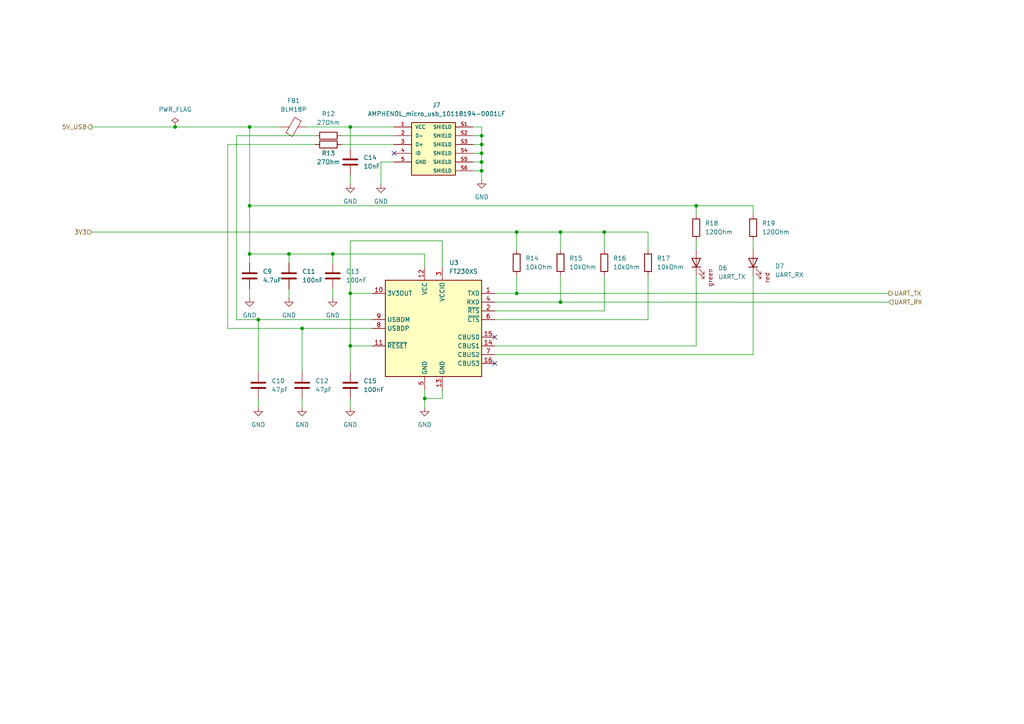
<source format=kicad_sch>
(kicad_sch (version 20230121) (generator eeschema)
  (paper "A4")
  (lib_symbols
    (symbol "benediktibk:AMPHENOL_micro_usb_10118194-0001LF" (pin_names (offset 1.016))
      (property "Reference" "J" (at -5.08 10.668 0))
      (property "Value" "AMPHENOL_micro_usb_10118194-0001LF" (at -6.35 -8.89 0))
      (symbol "AMPHENOL_micro_usb_10118194-0001LF_0_0"
        (rectangle (start -6.35 10.16) (end 6.35 -5.08) (stroke (width 0.254)) (fill (type background)))
        (pin passive line (at -11.43 8.89 0) (length 5.08) (name "VCC") (number "1"))
        (pin passive line (at -11.43 6.35 0) (length 5.08) (name "D-") (number "2"))
        (pin passive line (at -11.43 3.81 0) (length 5.08) (name "D+") (number "3"))
        (pin passive line (at -11.43 1.27 0) (length 5.08) (name "ID") (number "4"))
        (pin passive line (at -11.43 -1.27 0) (length 5.08) (name "GND") (number "5"))
        (pin passive line (at 11.43 8.89 180) (length 5.08) (name "SHIELD") (number "S1"))
        (pin passive line (at 11.43 6.35 180) (length 5.08) (name "SHIELD") (number "S2"))
        (pin passive line (at 11.43 3.81 180) (length 5.08) (name "SHIELD") (number "S3"))
        (pin passive line (at 11.43 1.27 180) (length 5.08) (name "SHIELD") (number "S4"))
        (pin passive line (at 11.43 -1.27 180) (length 5.08) (name "SHIELD") (number "S5"))
        (pin passive line (at 11.43 -3.81 180) (length 5.08) (name "SHIELD") (number "S6"))
      )
    )
    (symbol "benediktibk:BLM18P" (pin_numbers hide) (pin_names (offset 0))
      (property "Reference" "FB" (at -3.81 0.635 90))
      (property "Value" "BLM18P" (at 3.81 0 90))
      (symbol "BLM18P_0_1"
        (polyline (pts (xy 0 -1.27) (xy 0 -1.2192)))
        (polyline (pts (xy 0 1.27) (xy 0 1.2954)))
        (polyline (pts (xy -2.7686 0.4064) (xy -1.7018 2.2606) (xy 2.7686 -0.3048) (xy 1.6764 -2.159) (xy -2.7686 0.4064)))
      )
      (symbol "BLM18P_1_1"
        (pin passive line (at 0 3.81 270) (length 2.54) (name "~") (number "1"))
        (pin passive line (at 0 -3.81 90) (length 2.54) (name "~") (number "2"))
      )
    )
    (symbol "benediktibk:C_100nF_SMD_0603_50V" (pin_numbers hide) (pin_names (offset 0.254))
      (property "Reference" "C" (at 0.635 2.54 0))
      (property "Value" "C_100nF_SMD_0603_50V" (at 0.635 -2.54 0))
      (symbol "C_100nF_SMD_0603_50V_0_1"
        (polyline (pts (xy -2.032 -0.762) (xy 2.032 -0.762)) (stroke (width 0.508)))
        (polyline (pts (xy -2.032 0.762) (xy 2.032 0.762)) (stroke (width 0.508)))
      )
      (symbol "C_100nF_SMD_0603_50V_1_1"
        (pin passive line (at 0 3.81 270) (length 2.794) (name "~") (number "1"))
        (pin passive line (at 0 -3.81 90) (length 2.794) (name "~") (number "2"))
      )
    )
    (symbol "benediktibk:C_10nF_SMD_0603_50V_20%" (pin_numbers hide) (pin_names (offset 0.254))
      (property "Reference" "C" (at 0.635 2.54 0))
      (property "Value" "C_10nF_SMD_0603_50V_20%" (at 0.635 -2.54 0))
      (symbol "C_10nF_SMD_0603_50V_20%_0_1"
        (polyline (pts (xy -2.032 -0.762) (xy 2.032 -0.762)) (stroke (width 0.508)))
        (polyline (pts (xy -2.032 0.762) (xy 2.032 0.762)) (stroke (width 0.508)))
      )
      (symbol "C_10nF_SMD_0603_50V_20%_1_1"
        (pin passive line (at 0 3.81 270) (length 2.794) (name "~") (number "1"))
        (pin passive line (at 0 -3.81 90) (length 2.794) (name "~") (number "2"))
      )
    )
    (symbol "benediktibk:C_47pF_SMD_0603_100V_5%" (pin_numbers hide) (pin_names (offset 0.254))
      (property "Reference" "C" (at 0.635 2.54 0))
      (property "Value" "C_47pF_SMD_0603_100V_5%" (at 0.635 -2.54 0))
      (symbol "C_47pF_SMD_0603_100V_5%_0_1"
        (polyline (pts (xy -2.032 -0.762) (xy 2.032 -0.762)) (stroke (width 0.508)))
        (polyline (pts (xy -2.032 0.762) (xy 2.032 0.762)) (stroke (width 0.508)))
      )
      (symbol "C_47pF_SMD_0603_100V_5%_1_1"
        (pin passive line (at 0 3.81 270) (length 2.794) (name "~") (number "1"))
        (pin passive line (at 0 -3.81 90) (length 2.794) (name "~") (number "2"))
      )
    )
    (symbol "benediktibk:C_4_7uF_SMD_0805_50V_10%" (pin_numbers hide) (pin_names (offset 0.254))
      (property "Reference" "C" (at 0.635 2.54 0))
      (property "Value" "C_4_7uF_SMD_0805_50V_10%" (at 0.635 -2.54 0))
      (symbol "C_4_7uF_SMD_0805_50V_10%_0_1"
        (polyline (pts (xy -2.032 -0.762) (xy 2.032 -0.762)) (stroke (width 0.508)))
        (polyline (pts (xy -2.032 0.762) (xy 2.032 0.762)) (stroke (width 0.508)))
      )
      (symbol "C_4_7uF_SMD_0805_50V_10%_1_1"
        (pin passive line (at 0 3.81 270) (length 2.794) (name "~") (number "1"))
        (pin passive line (at 0 -3.81 90) (length 2.794) (name "~") (number "2"))
      )
    )
    (symbol "benediktibk:FT230XS"
      (property "Reference" "U" (at -13.97 15.24 0))
      (property "Value" "FT230XS" (at 7.62 15.24 0))
      (symbol "FT230XS_0_1"
        (rectangle (start -13.97 13.97) (end 13.97 -13.97) (stroke (width 0.254)) (fill (type background)))
      )
      (symbol "FT230XS_1_1"
        (pin output line (at 17.78 10.16 180) (length 3.81) (name "TXD") (number "1"))
        (pin power_out line (at -17.78 10.16 0) (length 3.81) (name "3V3OUT") (number "10"))
        (pin input line (at -17.78 -5.08 0) (length 3.81) (name "~{RESET}") (number "11"))
        (pin power_in line (at -2.54 17.78 270) (length 3.81) (name "VCC") (number "12"))
        (pin power_in line (at 2.54 -17.78 90) (length 3.81) (name "GND") (number "13"))
        (pin bidirectional line (at 17.78 -5.08 180) (length 3.81) (name "CBUS1") (number "14"))
        (pin bidirectional line (at 17.78 -2.54 180) (length 3.81) (name "CBUS0") (number "15"))
        (pin bidirectional line (at 17.78 -10.16 180) (length 3.81) (name "CBUS3") (number "16"))
        (pin output line (at 17.78 5.08 180) (length 3.81) (name "~{RTS}") (number "2"))
        (pin power_in line (at 2.54 17.78 270) (length 3.81) (name "VCCIO") (number "3"))
        (pin input line (at 17.78 7.62 180) (length 3.81) (name "RXD") (number "4"))
        (pin power_in line (at -2.54 -17.78 90) (length 3.81) (name "GND") (number "5"))
        (pin input line (at 17.78 2.54 180) (length 3.81) (name "~{CTS}") (number "6"))
        (pin bidirectional line (at 17.78 -7.62 180) (length 3.81) (name "CBUS2") (number "7"))
        (pin bidirectional line (at -17.78 0 0) (length 3.81) (name "USBDP") (number "8"))
        (pin bidirectional line (at -17.78 2.54 0) (length 3.81) (name "USBDM") (number "9"))
      )
    )
    (symbol "benediktibk:LED_green_0603" (pin_numbers hide) (pin_names (offset 1.016) hide)
      (property "Reference" "D" (at 0 2.54 0))
      (property "Value" "LED_green_0603" (at 0 -2.54 0))
      (symbol "LED_green_0603_0_0"
        (text "green" (at -4.318 -4.064 0) (effects (font (size 1.27 1.27))))
      )
      (symbol "LED_green_0603_0_1"
        (polyline (pts (xy -1.27 -1.27) (xy -1.27 1.27)) (stroke (width 0.254)))
        (polyline (pts (xy -1.27 0) (xy 1.27 0)))
        (polyline (pts (xy 1.27 -1.27) (xy 1.27 1.27) (xy -1.27 0) (xy 1.27 -1.27)) (stroke (width 0.254)))
        (polyline (pts (xy -3.048 -0.762) (xy -4.572 -2.286) (xy -3.81 -2.286) (xy -4.572 -2.286) (xy -4.572 -1.524)))
        (polyline (pts (xy -1.778 -0.762) (xy -3.302 -2.286) (xy -2.54 -2.286) (xy -3.302 -2.286) (xy -3.302 -1.524)))
      )
      (symbol "LED_green_0603_1_1"
        (pin passive line (at -3.81 0 0) (length 2.54) (name "K") (number "1"))
        (pin passive line (at 3.81 0 180) (length 2.54) (name "A") (number "2"))
      )
    )
    (symbol "benediktibk:LED_red_0603" (pin_numbers hide) (pin_names (offset 1.016) hide)
      (property "Reference" "D" (at 0 2.54 0))
      (property "Value" "LED_red_0603" (at 0 -2.54 0))
      (symbol "LED_red_0603_0_0"
        (text "red" (at -4.318 -4.064 0) (effects (font (size 1.27 1.27))))
      )
      (symbol "LED_red_0603_0_1"
        (polyline (pts (xy -1.27 -1.27) (xy -1.27 1.27)) (stroke (width 0.254)))
        (polyline (pts (xy -1.27 0) (xy 1.27 0)))
        (polyline (pts (xy 1.27 -1.27) (xy 1.27 1.27) (xy -1.27 0) (xy 1.27 -1.27)) (stroke (width 0.254)))
        (polyline (pts (xy -3.048 -0.762) (xy -4.572 -2.286) (xy -3.81 -2.286) (xy -4.572 -2.286) (xy -4.572 -1.524)))
        (polyline (pts (xy -1.778 -0.762) (xy -3.302 -2.286) (xy -2.54 -2.286) (xy -3.302 -2.286) (xy -3.302 -1.524)))
      )
      (symbol "LED_red_0603_1_1"
        (pin passive line (at -3.81 0 0) (length 2.54) (name "K") (number "1"))
        (pin passive line (at 3.81 0 180) (length 2.54) (name "A") (number "2"))
      )
    )
    (symbol "benediktibk:R_10kOhm_SMD_0603_100mW_1%" (pin_numbers hide) (pin_names (offset 0))
      (property "Reference" "R" (at 2.032 0 90))
      (property "Value" "R_10kOhm_SMD_0603_100mW_1%" (at -5.588 -1.016 90))
      (symbol "R_10kOhm_SMD_0603_100mW_1%_0_1"
        (rectangle (start -1.016 -2.54) (end 1.016 2.54) (stroke (width 0.254)))
      )
      (symbol "R_10kOhm_SMD_0603_100mW_1%_1_1"
        (pin passive line (at 0 3.81 270) (length 1.27) (name "~") (number "1"))
        (pin passive line (at 0 -3.81 90) (length 1.27) (name "~") (number "2"))
      )
    )
    (symbol "benediktibk:R_120Ohm_SMD_0603_100mW_1%" (pin_numbers hide) (pin_names (offset 0))
      (property "Reference" "R" (at 2.032 0 90))
      (property "Value" "R_120Ohm_SMD_0603_100mW_1%" (at -5.588 -1.016 90))
      (symbol "R_120Ohm_SMD_0603_100mW_1%_0_1"
        (rectangle (start -1.016 -2.54) (end 1.016 2.54) (stroke (width 0.254)))
      )
      (symbol "R_120Ohm_SMD_0603_100mW_1%_1_1"
        (pin passive line (at 0 3.81 270) (length 1.27) (name "~") (number "1"))
        (pin passive line (at 0 -3.81 90) (length 1.27) (name "~") (number "2"))
      )
    )
    (symbol "benediktibk:R_27Ohm_SMD_0603_100mW_1%" (pin_numbers hide) (pin_names (offset 0))
      (property "Reference" "R" (at 2.032 0 90))
      (property "Value" "R_27Ohm_SMD_0603_100mW_1%" (at -5.588 -1.016 90))
      (symbol "R_27Ohm_SMD_0603_100mW_1%_0_1"
        (rectangle (start -1.016 -2.54) (end 1.016 2.54) (stroke (width 0.254)))
      )
      (symbol "R_27Ohm_SMD_0603_100mW_1%_1_1"
        (pin passive line (at 0 3.81 270) (length 1.27) (name "~") (number "1"))
        (pin passive line (at 0 -3.81 90) (length 1.27) (name "~") (number "2"))
      )
    )
    (symbol "power:GND" (power) (pin_names (offset 0))
      (property "Value" "GND" (at 0 -3.81 0))
      (symbol "GND_0_1"
        (polyline (pts (xy 0 0) (xy 0 -1.27) (xy 1.27 -1.27) (xy 0 -2.54) (xy -1.27 -1.27) (xy 0 -1.27)))
      )
      (symbol "GND_1_1"
        (pin power_in line (at 0 0 270) (length 0) hide (name "GND") (number "1"))
      )
    )
    (symbol "power:PWR_FLAG" (power) (pin_numbers hide) (pin_names (offset 0) hide)
      (property "Value" "PWR_FLAG" (at 0 3.81 0))
      (symbol "PWR_FLAG_0_0"
        (pin power_out line (at 0 0 90) (length 0) (name "pwr") (number "1"))
      )
      (symbol "PWR_FLAG_0_1"
        (polyline (pts (xy 0 0) (xy 0 1.27) (xy -1.016 1.905) (xy 0 2.54) (xy 1.016 1.905) (xy 0 1.27)))
      )
    )
  )
  (junction (at 162.56 67.31))
  (junction (at 139.7 46.99))
  (junction (at 101.6 85.09))
  (junction (at 139.7 44.45))
  (junction (at 87.63 95.25))
  (junction (at 50.8 36.83))
  (junction (at 101.6 36.83))
  (junction (at 175.26 67.31))
  (junction (at 101.6 100.33))
  (junction (at 139.7 39.37))
  (junction (at 72.39 73.66))
  (junction (at 83.82 73.66))
  (junction (at 74.93 92.71))
  (junction (at 72.39 36.83))
  (junction (at 162.56 87.63))
  (junction (at 139.7 41.91))
  (junction (at 72.39 59.69))
  (junction (at 149.86 67.31))
  (junction (at 96.52 73.66))
  (junction (at 139.7 49.53))
  (junction (at 149.86 85.09))
  (junction (at 123.19 115.57))
  (junction (at 201.93 59.69))
  (no_connect (at 114.3 44.45))
  (no_connect (at 143.51 105.41))
  (no_connect (at 143.51 97.79))
  (wire (pts (xy 123.19 115.57) (xy 123.19 118.11)))
  (wire (pts (xy 101.6 85.09) (xy 107.95 85.09)))
  (wire (pts (xy 201.93 80.01) (xy 201.93 100.33)))
  (wire (pts (xy 139.7 52.07) (xy 139.7 49.53)))
  (wire (pts (xy 26.67 67.31) (xy 149.86 67.31)))
  (wire (pts (xy 87.63 95.25) (xy 107.95 95.25)))
  (wire (pts (xy 187.96 92.71) (xy 143.51 92.71)))
  (wire (pts (xy 96.52 73.66) (xy 123.19 73.66)))
  (wire (pts (xy 99.06 41.91) (xy 114.3 41.91)))
  (wire (pts (xy 175.26 90.17) (xy 143.51 90.17)))
  (wire (pts (xy 68.58 39.37) (xy 91.44 39.37)))
  (wire (pts (xy 139.7 41.91) (xy 139.7 39.37)))
  (wire (pts (xy 201.93 59.69) (xy 218.44 59.69)))
  (wire (pts (xy 72.39 59.69) (xy 72.39 73.66)))
  (wire (pts (xy 201.93 69.85) (xy 201.93 72.39)))
  (wire (pts (xy 101.6 69.85) (xy 101.6 85.09)))
  (wire (pts (xy 123.19 113.03) (xy 123.19 115.57)))
  (wire (pts (xy 66.04 41.91) (xy 66.04 95.25)))
  (wire (pts (xy 137.16 49.53) (xy 139.7 49.53)))
  (wire (pts (xy 123.19 115.57) (xy 128.27 115.57)))
  (wire (pts (xy 96.52 73.66) (xy 96.52 76.2)))
  (wire (pts (xy 137.16 41.91) (xy 139.7 41.91)))
  (wire (pts (xy 187.96 67.31) (xy 175.26 67.31)))
  (wire (pts (xy 50.8 36.83) (xy 72.39 36.83)))
  (wire (pts (xy 128.27 69.85) (xy 101.6 69.85)))
  (wire (pts (xy 91.44 41.91) (xy 66.04 41.91)))
  (wire (pts (xy 74.93 92.71) (xy 74.93 107.95)))
  (wire (pts (xy 72.39 73.66) (xy 72.39 76.2)))
  (wire (pts (xy 149.86 85.09) (xy 257.81 85.09)))
  (wire (pts (xy 149.86 80.01) (xy 149.86 85.09)))
  (wire (pts (xy 101.6 100.33) (xy 107.95 100.33)))
  (wire (pts (xy 96.52 83.82) (xy 96.52 86.36)))
  (wire (pts (xy 139.7 39.37) (xy 139.7 36.83)))
  (wire (pts (xy 143.51 87.63) (xy 162.56 87.63)))
  (wire (pts (xy 149.86 72.39) (xy 149.86 67.31)))
  (wire (pts (xy 123.19 73.66) (xy 123.19 77.47)))
  (wire (pts (xy 162.56 72.39) (xy 162.56 67.31)))
  (wire (pts (xy 87.63 115.57) (xy 87.63 118.11)))
  (wire (pts (xy 110.49 46.99) (xy 114.3 46.99)))
  (wire (pts (xy 218.44 62.23) (xy 218.44 59.69)))
  (wire (pts (xy 257.81 87.63) (xy 162.56 87.63)))
  (wire (pts (xy 175.26 67.31) (xy 175.26 72.39)))
  (wire (pts (xy 218.44 80.01) (xy 218.44 102.87)))
  (wire (pts (xy 99.06 39.37) (xy 114.3 39.37)))
  (wire (pts (xy 72.39 73.66) (xy 83.82 73.66)))
  (wire (pts (xy 187.96 72.39) (xy 187.96 67.31)))
  (wire (pts (xy 187.96 80.01) (xy 187.96 92.71)))
  (wire (pts (xy 139.7 44.45) (xy 139.7 41.91)))
  (wire (pts (xy 201.93 100.33) (xy 143.51 100.33)))
  (wire (pts (xy 137.16 44.45) (xy 139.7 44.45)))
  (wire (pts (xy 162.56 67.31) (xy 175.26 67.31)))
  (wire (pts (xy 68.58 92.71) (xy 68.58 39.37)))
  (wire (pts (xy 74.93 92.71) (xy 68.58 92.71)))
  (wire (pts (xy 66.04 95.25) (xy 87.63 95.25)))
  (wire (pts (xy 128.27 77.47) (xy 128.27 69.85)))
  (wire (pts (xy 83.82 73.66) (xy 83.82 76.2)))
  (wire (pts (xy 72.39 36.83) (xy 81.28 36.83)))
  (wire (pts (xy 139.7 36.83) (xy 137.16 36.83)))
  (wire (pts (xy 88.9 36.83) (xy 101.6 36.83)))
  (wire (pts (xy 101.6 36.83) (xy 114.3 36.83)))
  (wire (pts (xy 175.26 80.01) (xy 175.26 90.17)))
  (wire (pts (xy 137.16 46.99) (xy 139.7 46.99)))
  (wire (pts (xy 110.49 53.34) (xy 110.49 46.99)))
  (wire (pts (xy 128.27 113.03) (xy 128.27 115.57)))
  (wire (pts (xy 101.6 100.33) (xy 101.6 107.95)))
  (wire (pts (xy 101.6 50.8) (xy 101.6 53.34)))
  (wire (pts (xy 201.93 59.69) (xy 201.93 62.23)))
  (wire (pts (xy 72.39 36.83) (xy 72.39 59.69)))
  (wire (pts (xy 107.95 92.71) (xy 74.93 92.71)))
  (wire (pts (xy 72.39 59.69) (xy 201.93 59.69)))
  (wire (pts (xy 143.51 85.09) (xy 149.86 85.09)))
  (wire (pts (xy 137.16 39.37) (xy 139.7 39.37)))
  (wire (pts (xy 101.6 115.57) (xy 101.6 118.11)))
  (wire (pts (xy 162.56 80.01) (xy 162.56 87.63)))
  (wire (pts (xy 83.82 83.82) (xy 83.82 86.36)))
  (wire (pts (xy 218.44 69.85) (xy 218.44 72.39)))
  (wire (pts (xy 139.7 49.53) (xy 139.7 46.99)))
  (wire (pts (xy 26.67 36.83) (xy 50.8 36.83)))
  (wire (pts (xy 101.6 36.83) (xy 101.6 43.18)))
  (wire (pts (xy 74.93 115.57) (xy 74.93 118.11)))
  (wire (pts (xy 72.39 83.82) (xy 72.39 86.36)))
  (wire (pts (xy 149.86 67.31) (xy 162.56 67.31)))
  (wire (pts (xy 87.63 107.95) (xy 87.63 95.25)))
  (wire (pts (xy 218.44 102.87) (xy 143.51 102.87)))
  (wire (pts (xy 101.6 85.09) (xy 101.6 100.33)))
  (wire (pts (xy 83.82 73.66) (xy 96.52 73.66)))
  (wire (pts (xy 139.7 46.99) (xy 139.7 44.45)))
  (hierarchical_label "UART_RX" (shape input) (at 257.81 87.63 0))
  (hierarchical_label "UART_TX" (shape output) (at 257.81 85.09 0))
  (hierarchical_label "5V_USB" (shape output) (at 26.67 36.83 180))
  (hierarchical_label "3V3" (shape input) (at 26.67 67.31 180))
  (symbol (lib_id "benediktibk:R_10kOhm_SMD_0603_100mW_1%") (at 149.86 76.2 0) (unit 1)
    (property "Reference" "R14" (at 152.4 74.9299 0) (effects (justify left)))
    (property "Value" "10kOhm" (at 152.4 77.4699 0) (effects (justify left)))
    (property "Footprint" "benediktibk:R_0603_1608Metric_Pad0.98x0.95mm_HandSolder" (effects hide))
    (property "RS order number" "125-1173" (effects hide))
  )
  (symbol (lib_id "benediktibk:FT230XS") (at 125.73 95.25 0) (unit 1)
    (property "Reference" "U3" (at 130.2894 76.2 0) (effects (justify left)))
    (property "Value" "FT230XS" (at 130.2894 78.74 0) (effects (justify left)))
    (property "Footprint" "benediktibk:SSOP-16_3.9x4.9mm_P0.635mm" (effects hide))
    (property "Datasheet" "https://www.ftdichip.com/Support/Documents/DataSheets/ICs/DS_FT230X.pdf" (effects hide))
    (property "RS order number" "757-0010" (effects hide))
  )
  (symbol (lib_id "benediktibk:C_100nF_SMD_0603_50V") (at 101.6 111.76 0) (unit 1)
    (property "Reference" "C15" (at 105.41 110.4899 0) (effects (justify left)))
    (property "Value" "100nF" (at 105.41 113.0299 0) (effects (justify left)))
    (property "Footprint" "benediktibk:C_0603_1608Metric_Pad1.08x0.95mm_HandSolder" (effects hide))
    (property "RS order number" "242-7372" (effects hide))
  )
  (symbol (lib_id "power:GND") (at 87.63 118.11 0) (unit 1)
    (property "Reference" "#PWR0121" (effects hide))
    (property "Value" "GND" (at 87.63 123.19 0))
  )
  (symbol (lib_id "power:GND") (at 83.82 86.36 0) (unit 1)
    (property "Reference" "#PWR0117" (effects hide))
    (property "Value" "GND" (at 83.82 91.44 0))
  )
  (symbol (lib_id "benediktibk:LED_red_0603") (at 218.44 76.2 90) (unit 1)
    (property "Reference" "D7" (at 224.79 77.186 90) (effects (justify right)))
    (property "Value" "UART_RX" (at 224.79 79.726 90) (effects (justify right)))
    (property "Footprint" "benediktibk:D_0603_1608Metric_Pad1.05x0.95mm_HandSolder" (effects hide))
    (property "RS order number" "861-0090" (effects hide))
  )
  (symbol (lib_id "benediktibk:C_4_7uF_SMD_0805_50V_10%") (at 72.39 80.01 0) (unit 1)
    (property "Reference" "C9" (at 76.2 78.7399 0) (effects (justify left)))
    (property "Value" "4.7uF" (at 76.2 81.2799 0) (effects (justify left)))
    (property "Footprint" "benediktibk:C_0805_2012Metric_Pad1.18x1.45mm_HandSolder" (effects hide))
    (property "RS order number" "113-8707" (effects hide))
  )
  (symbol (lib_id "benediktibk:C_10nF_SMD_0603_50V_20%") (at 101.6 46.99 0) (unit 1)
    (property "Reference" "C14" (at 105.41 45.7199 0) (effects (justify left)))
    (property "Value" "10nF" (at 105.41 48.2599 0) (effects (justify left)))
    (property "Footprint" "benediktibk:C_0603_1608Metric_Pad1.08x0.95mm_HandSolder" (effects hide))
    (property "RS order number" "135-6315" (effects hide))
  )
  (symbol (lib_id "benediktibk:C_100nF_SMD_0603_50V") (at 96.52 80.01 0) (unit 1)
    (property "Reference" "C13" (at 100.33 78.7399 0) (effects (justify left)))
    (property "Value" "100nF" (at 100.33 81.2799 0) (effects (justify left)))
    (property "Footprint" "benediktibk:C_0603_1608Metric_Pad1.08x0.95mm_HandSolder" (effects hide))
    (property "RS order number" "242-7372" (effects hide))
  )
  (symbol (lib_id "power:GND") (at 139.7 52.07 0) (unit 1)
    (property "Reference" "#PWR0124" (effects hide))
    (property "Value" "GND" (at 139.7 57.15 0))
  )
  (symbol (lib_id "benediktibk:C_100nF_SMD_0603_50V") (at 83.82 80.01 0) (unit 1)
    (property "Reference" "C11" (at 87.63 78.7399 0) (effects (justify left)))
    (property "Value" "100nF" (at 87.63 81.2799 0) (effects (justify left)))
    (property "Footprint" "benediktibk:C_0603_1608Metric_Pad1.08x0.95mm_HandSolder" (effects hide))
    (property "RS order number" "242-7372" (effects hide))
  )
  (symbol (lib_id "benediktibk:BLM18P") (at 85.09 36.83 270) (unit 1)
    (property "Reference" "FB1" (at 85.1408 29.21 90))
    (property "Value" "BLM18P" (at 85.1408 31.75 90))
    (property "Footprint" "benediktibk:R_0603_1608Metric_Pad0.98x0.95mm_HandSolder" (effects hide))
    (property "RS order number" "724-1403" (effects hide))
  )
  (symbol (lib_id "power:GND") (at 74.93 118.11 0) (unit 1)
    (property "Reference" "#PWR0120" (effects hide))
    (property "Value" "GND" (at 74.93 123.19 0))
  )
  (symbol (lib_id "benediktibk:R_120Ohm_SMD_0603_100mW_1%") (at 218.44 66.04 0) (unit 1)
    (property "Reference" "R19" (at 220.98 64.7699 0) (effects (justify left)))
    (property "Value" "120Ohm" (at 220.98 67.3099 0) (effects (justify left)))
    (property "Footprint" "benediktibk:R_0603_1608Metric_Pad0.98x0.95mm_HandSolder" (effects hide))
    (property "RS order number" "901-3529" (effects hide))
  )
  (symbol (lib_id "power:GND") (at 96.52 86.36 0) (unit 1)
    (property "Reference" "#PWR0118" (effects hide))
    (property "Value" "GND" (at 96.52 91.44 0))
  )
  (symbol (lib_id "benediktibk:R_10kOhm_SMD_0603_100mW_1%") (at 162.56 76.2 0) (unit 1)
    (property "Reference" "R15" (at 165.1 74.9299 0) (effects (justify left)))
    (property "Value" "10kOhm" (at 165.1 77.4699 0) (effects (justify left)))
    (property "Footprint" "benediktibk:R_0603_1608Metric_Pad0.98x0.95mm_HandSolder" (effects hide))
    (property "RS order number" "125-1173" (effects hide))
  )
  (symbol (lib_id "power:GND") (at 72.39 86.36 0) (unit 1)
    (property "Reference" "#PWR0119" (effects hide))
    (property "Value" "GND" (at 72.39 91.44 0))
  )
  (symbol (lib_id "power:PWR_FLAG") (at 50.8 36.83 0) (unit 1)
    (property "Reference" "#FLG05" (effects hide))
    (property "Value" "PWR_FLAG" (at 50.8 31.75 0))
  )
  (symbol (lib_id "benediktibk:R_10kOhm_SMD_0603_100mW_1%") (at 175.26 76.2 0) (unit 1)
    (property "Reference" "R16" (at 177.8 74.9299 0) (effects (justify left)))
    (property "Value" "10kOhm" (at 177.8 77.4699 0) (effects (justify left)))
    (property "Footprint" "benediktibk:R_0603_1608Metric_Pad0.98x0.95mm_HandSolder" (effects hide))
    (property "RS order number" "125-1173" (effects hide))
  )
  (symbol (lib_id "benediktibk:R_10kOhm_SMD_0603_100mW_1%") (at 187.96 76.2 0) (unit 1)
    (property "Reference" "R17" (at 190.5 74.9299 0) (effects (justify left)))
    (property "Value" "10kOhm" (at 190.5 77.4699 0) (effects (justify left)))
    (property "Footprint" "benediktibk:R_0603_1608Metric_Pad0.98x0.95mm_HandSolder" (effects hide))
    (property "RS order number" "125-1173" (effects hide))
  )
  (symbol (lib_id "benediktibk:C_47pF_SMD_0603_100V_5%") (at 74.93 111.76 0) (unit 1)
    (property "Reference" "C10" (at 78.74 110.4899 0) (effects (justify left)))
    (property "Value" "47pF" (at 78.74 113.0299 0) (effects (justify left)))
    (property "Footprint" "benediktibk:C_0603_1608Metric_Pad1.08x0.95mm_HandSolder" (effects hide))
    (property "RS order number" "135-6508" (effects hide))
  )
  (symbol (lib_id "benediktibk:C_47pF_SMD_0603_100V_5%") (at 87.63 111.76 0) (unit 1)
    (property "Reference" "C12" (at 91.44 110.4899 0) (effects (justify left)))
    (property "Value" "47pF" (at 91.44 113.0299 0) (effects (justify left)))
    (property "Footprint" "benediktibk:C_0603_1608Metric_Pad1.08x0.95mm_HandSolder" (effects hide))
    (property "RS order number" "135-6508" (effects hide))
  )
  (symbol (lib_id "benediktibk:R_27Ohm_SMD_0603_100mW_1%") (at 95.25 41.91 90) (unit 1)
    (property "Reference" "R13" (at 95.25 44.45 90))
    (property "Value" "27Ohm" (at 95.25 46.99 90))
    (property "Footprint" "benediktibk:R_0603_1608Metric_Pad0.98x0.95mm_HandSolder" (effects hide))
    (property "RS order number" "213-2058" (effects hide))
  )
  (symbol (lib_id "power:GND") (at 123.19 118.11 0) (unit 1)
    (property "Reference" "#PWR0123" (effects hide))
    (property "Value" "GND" (at 123.19 123.19 0))
  )
  (symbol (lib_id "benediktibk:LED_green_0603") (at 201.93 76.2 90) (unit 1)
    (property "Reference" "D6" (at 208.28 77.7454 90) (effects (justify right)))
    (property "Value" "UART_TX" (at 208.28 80.2854 90) (effects (justify right)))
    (property "Footprint" "benediktibk:D_0603_1608Metric_Pad1.05x0.95mm_HandSolder" (effects hide))
    (property "RS order number" "466-3706" (effects hide))
  )
  (symbol (lib_id "benediktibk:R_120Ohm_SMD_0603_100mW_1%") (at 201.93 66.04 0) (unit 1)
    (property "Reference" "R18" (at 204.47 64.7699 0) (effects (justify left)))
    (property "Value" "120Ohm" (at 204.47 67.3099 0) (effects (justify left)))
    (property "Footprint" "benediktibk:R_0603_1608Metric_Pad0.98x0.95mm_HandSolder" (effects hide))
    (property "RS order number" "901-3529" (effects hide))
  )
  (symbol (lib_id "benediktibk:R_27Ohm_SMD_0603_100mW_1%") (at 95.25 39.37 90) (unit 1)
    (property "Reference" "R12" (at 95.25 33.02 90))
    (property "Value" "27Ohm" (at 95.25 35.56 90))
    (property "Footprint" "benediktibk:R_0603_1608Metric_Pad0.98x0.95mm_HandSolder" (effects hide))
    (property "RS order number" "213-2058" (effects hide))
  )
  (symbol (lib_id "power:GND") (at 101.6 118.11 0) (unit 1)
    (property "Reference" "#PWR0122" (effects hide))
    (property "Value" "GND" (at 101.6 123.19 0))
  )
  (symbol (lib_id "benediktibk:AMPHENOL_micro_usb_10118194-0001LF") (at 125.73 45.72 0) (unit 1)
    (property "Reference" "J7" (at 126.619 30.48 0))
    (property "Value" "AMPHENOL_micro_usb_10118194-0001LF" (at 126.619 33.02 0))
    (property "Footprint" "benediktibk:AMPHENOL_10118194-0001LF" (effects hide))
    (property "RS order number" "137-0996" (effects hide))
  )
  (symbol (lib_id "power:GND") (at 110.49 53.34 0) (unit 1)
    (property "Reference" "#PWR0125" (effects hide))
    (property "Value" "GND" (at 110.49 58.42 0))
  )
  (symbol (lib_id "power:GND") (at 101.6 53.34 0) (unit 1)
    (property "Reference" "#PWR0126" (effects hide))
    (property "Value" "GND" (at 101.6 58.42 0))
  )
)
</source>
